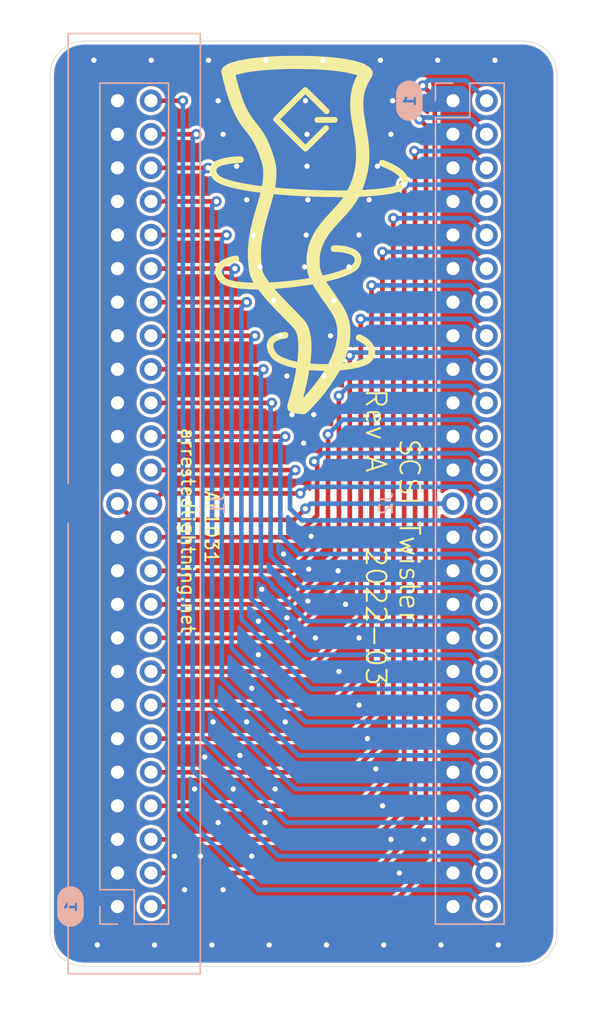
<source format=kicad_pcb>
(kicad_pcb (version 20171130) (host pcbnew 5.1.12-84ad8e8a86~92~ubuntu20.04.1)
  (layers (0 F.Cu signal) (31 B.Cu signal) (34 B.Paste user) (35 F.Paste user) (36 B.SilkS user) (37 F.SilkS user) (38 B.Mask user) (39 F.Mask user) (44 Edge.Cuts user))
  (net 0 "")
  (net 1 /P2)
  (net 2 /P4)
  (net 3 /P6)
  (net 4 /P8)
  (net 5 /P10)
  (net 6 /P12)
  (net 7 /P14)
  (net 8 /P16)
  (net 9 /P18)
  (net 10 /P20)
  (net 11 /P22)
  (net 12 /P24)
  (net 13 /P25)
  (net 14 /P26)
  (net 15 /P28)
  (net 16 /P30)
  (net 17 /P32)
  (net 18 /P34)
  (net 19 /P36)
  (net 20 /P38)
  (net 21 /P40)
  (net 22 /P42)
  (net 23 /P44)
  (net 24 /P46)
  (net 25 /P48)
  (net 26 /P50)
  (net 27 GND)
  (module twister:twister (layer F.Cu) (at 121.158 48.26)
    (fp_text reference G*** hide)
    (fp_text value LOGO hide)
  )
  (module label (layer B.Cu) (at 128.778 38.1 270)
    (fp_text reference kibuzzard-622EC2D7 hide)
    (fp_text value G*** hide)
  )
  (module label (layer B.Cu) (at 103.124 99.06 270)
    (fp_text reference kibuzzard-622EC2D7 hide)
    (fp_text value G*** hide)
  )
  (module Connector_PinSocket_2.54mm:PinSocket_2x25_P2.54mm_Vertical (layer B.Cu) (at 132.08 38.1 180)
    (fp_text reference J2 (at 5.08 -30.48 90) (layer B.SilkS) (effects (justify mirror)))
    (fp_text value Conn_02x25_Odd_Even)
    (pad 50 thru_hole oval (at -2.54 -60.96 180) (size 1.7 1.7) (drill 1) (layers *.Cu *.Mask) (net 26 /P50))
    (pad 49 thru_hole oval (at 0 -60.96 180) (size 1.7 1.7) (drill 1) (layers *.Cu *.Mask) (net 27 GND))
    (pad 48 thru_hole oval (at -2.54 -58.42 180) (size 1.7 1.7) (drill 1) (layers *.Cu *.Mask) (net 25 /P48))
    (pad 47 thru_hole oval (at 0 -58.42 180) (size 1.7 1.7) (drill 1) (layers *.Cu *.Mask) (net 27 GND))
    (pad 46 thru_hole oval (at -2.54 -55.88 180) (size 1.7 1.7) (drill 1) (layers *.Cu *.Mask) (net 24 /P46))
    (pad 45 thru_hole oval (at 0 -55.88 180) (size 1.7 1.7) (drill 1) (layers *.Cu *.Mask) (net 27 GND))
    (pad 44 thru_hole oval (at -2.54 -53.34 180) (size 1.7 1.7) (drill 1) (layers *.Cu *.Mask) (net 23 /P44))
    (pad 43 thru_hole oval (at 0 -53.34 180) (size 1.7 1.7) (drill 1) (layers *.Cu *.Mask) (net 27 GND))
    (pad 42 thru_hole oval (at -2.54 -50.8 180) (size 1.7 1.7) (drill 1) (layers *.Cu *.Mask) (net 22 /P42))
    (pad 41 thru_hole oval (at 0 -50.8 180) (size 1.7 1.7) (drill 1) (layers *.Cu *.Mask) (net 27 GND))
    (pad 40 thru_hole oval (at -2.54 -48.26 180) (size 1.7 1.7) (drill 1) (layers *.Cu *.Mask) (net 21 /P40))
    (pad 39 thru_hole oval (at 0 -48.26 180) (size 1.7 1.7) (drill 1) (layers *.Cu *.Mask) (net 27 GND))
    (pad 38 thru_hole oval (at -2.54 -45.72 180) (size 1.7 1.7) (drill 1) (layers *.Cu *.Mask) (net 20 /P38))
    (pad 37 thru_hole oval (at 0 -45.72 180) (size 1.7 1.7) (drill 1) (layers *.Cu *.Mask) (net 27 GND))
    (pad 36 thru_hole oval (at -2.54 -43.18 180) (size 1.7 1.7) (drill 1) (layers *.Cu *.Mask) (net 19 /P36))
    (pad 35 thru_hole oval (at 0 -43.18 180) (size 1.7 1.7) (drill 1) (layers *.Cu *.Mask) (net 27 GND))
    (pad 34 thru_hole oval (at -2.54 -40.64 180) (size 1.7 1.7) (drill 1) (layers *.Cu *.Mask) (net 18 /P34))
    (pad 33 thru_hole oval (at 0 -40.64 180) (size 1.7 1.7) (drill 1) (layers *.Cu *.Mask) (net 27 GND))
    (pad 32 thru_hole oval (at -2.54 -38.1 180) (size 1.7 1.7) (drill 1) (layers *.Cu *.Mask) (net 17 /P32))
    (pad 31 thru_hole oval (at 0 -38.1 180) (size 1.7 1.7) (drill 1) (layers *.Cu *.Mask) (net 27 GND))
    (pad 30 thru_hole oval (at -2.54 -35.56 180) (size 1.7 1.7) (drill 1) (layers *.Cu *.Mask) (net 16 /P30))
    (pad 29 thru_hole oval (at 0 -35.56 180) (size 1.7 1.7) (drill 1) (layers *.Cu *.Mask) (net 27 GND))
    (pad 28 thru_hole oval (at -2.54 -33.02 180) (size 1.7 1.7) (drill 1) (layers *.Cu *.Mask) (net 15 /P28))
    (pad 27 thru_hole oval (at 0 -33.02 180) (size 1.7 1.7) (drill 1) (layers *.Cu *.Mask) (net 27 GND))
    (pad 26 thru_hole oval (at -2.54 -30.48 180) (size 1.7 1.7) (drill 1) (layers *.Cu *.Mask) (net 14 /P26))
    (pad 25 thru_hole oval (at 0 -30.48 180) (size 1.7 1.7) (drill 1) (layers *.Cu *.Mask) (net 13 /P25))
    (pad 24 thru_hole oval (at -2.54 -27.94 180) (size 1.7 1.7) (drill 1) (layers *.Cu *.Mask) (net 12 /P24))
    (pad 23 thru_hole oval (at 0 -27.94 180) (size 1.7 1.7) (drill 1) (layers *.Cu *.Mask) (net 27 GND))
    (pad 22 thru_hole oval (at -2.54 -25.4 180) (size 1.7 1.7) (drill 1) (layers *.Cu *.Mask) (net 11 /P22))
    (pad 21 thru_hole oval (at 0 -25.4 180) (size 1.7 1.7) (drill 1) (layers *.Cu *.Mask) (net 27 GND))
    (pad 20 thru_hole oval (at -2.54 -22.86 180) (size 1.7 1.7) (drill 1) (layers *.Cu *.Mask) (net 10 /P20))
    (pad 19 thru_hole oval (at 0 -22.86 180) (size 1.7 1.7) (drill 1) (layers *.Cu *.Mask) (net 27 GND))
    (pad 18 thru_hole oval (at -2.54 -20.32 180) (size 1.7 1.7) (drill 1) (layers *.Cu *.Mask) (net 9 /P18))
    (pad 17 thru_hole oval (at 0 -20.32 180) (size 1.7 1.7) (drill 1) (layers *.Cu *.Mask) (net 27 GND))
    (pad 16 thru_hole oval (at -2.54 -17.78 180) (size 1.7 1.7) (drill 1) (layers *.Cu *.Mask) (net 8 /P16))
    (pad 15 thru_hole oval (at 0 -17.78 180) (size 1.7 1.7) (drill 1) (layers *.Cu *.Mask) (net 27 GND))
    (pad 14 thru_hole oval (at -2.54 -15.24 180) (size 1.7 1.7) (drill 1) (layers *.Cu *.Mask) (net 7 /P14))
    (pad 13 thru_hole oval (at 0 -15.24 180) (size 1.7 1.7) (drill 1) (layers *.Cu *.Mask) (net 27 GND))
    (pad 12 thru_hole oval (at -2.54 -12.7 180) (size 1.7 1.7) (drill 1) (layers *.Cu *.Mask) (net 6 /P12))
    (pad 11 thru_hole oval (at 0 -12.7 180) (size 1.7 1.7) (drill 1) (layers *.Cu *.Mask) (net 27 GND))
    (pad 10 thru_hole oval (at -2.54 -10.16 180) (size 1.7 1.7) (drill 1) (layers *.Cu *.Mask) (net 5 /P10))
    (pad 9 thru_hole oval (at 0 -10.16 180) (size 1.7 1.7) (drill 1) (layers *.Cu *.Mask) (net 27 GND))
    (pad 8 thru_hole oval (at -2.54 -7.62 180) (size 1.7 1.7) (drill 1) (layers *.Cu *.Mask) (net 4 /P8))
    (pad 7 thru_hole oval (at 0 -7.62 180) (size 1.7 1.7) (drill 1) (layers *.Cu *.Mask) (net 27 GND))
    (pad 6 thru_hole oval (at -2.54 -5.08 180) (size 1.7 1.7) (drill 1) (layers *.Cu *.Mask) (net 3 /P6))
    (pad 5 thru_hole oval (at 0 -5.08 180) (size 1.7 1.7) (drill 1) (layers *.Cu *.Mask) (net 27 GND))
    (pad 4 thru_hole oval (at -2.54 -2.54 180) (size 1.7 1.7) (drill 1) (layers *.Cu *.Mask) (net 2 /P4))
    (pad 3 thru_hole oval (at 0 -2.54 180) (size 1.7 1.7) (drill 1) (layers *.Cu *.Mask) (net 27 GND))
    (pad 2 thru_hole oval (at -2.54 0 180) (size 1.7 1.7) (drill 1) (layers *.Cu *.Mask) (net 1 /P2))
    (pad 1 thru_hole rect (at 0 0 180) (size 1.7 1.7) (drill 1) (layers *.Cu *.Mask) (net 27 GND))
  )
  (module AL_Footprints:PinHeader_2x25_P2.54mm_Vertical_Shrouded (layer B.Cu) (at 107.95 68.58 270)
    (fp_text reference J1 (at 0 -6.35 270) (layer B.SilkS) (effects (justify mirror)))
    (fp_text value Conn_02x25_Odd_Even)
    (pad 1 thru_hole rect (at 30.48 1.27) (size 1.7 1.7) (drill 1) (layers *.Cu *.Mask) (net 27 GND))
    (pad 2 thru_hole oval (at 30.48 -1.27) (size 1.7 1.7) (drill 1) (layers *.Cu *.Mask) (net 1 /P2))
    (pad 3 thru_hole oval (at 27.94 1.27) (size 1.7 1.7) (drill 1) (layers *.Cu *.Mask) (net 27 GND))
    (pad 4 thru_hole oval (at 27.94 -1.27) (size 1.7 1.7) (drill 1) (layers *.Cu *.Mask) (net 2 /P4))
    (pad 5 thru_hole oval (at 25.4 1.27) (size 1.7 1.7) (drill 1) (layers *.Cu *.Mask) (net 27 GND))
    (pad 6 thru_hole oval (at 25.4 -1.27) (size 1.7 1.7) (drill 1) (layers *.Cu *.Mask) (net 3 /P6))
    (pad 7 thru_hole oval (at 22.86 1.27) (size 1.7 1.7) (drill 1) (layers *.Cu *.Mask) (net 27 GND))
    (pad 8 thru_hole oval (at 22.86 -1.27) (size 1.7 1.7) (drill 1) (layers *.Cu *.Mask) (net 4 /P8))
    (pad 9 thru_hole oval (at 20.32 1.27) (size 1.7 1.7) (drill 1) (layers *.Cu *.Mask) (net 27 GND))
    (pad 10 thru_hole oval (at 20.32 -1.27) (size 1.7 1.7) (drill 1) (layers *.Cu *.Mask) (net 5 /P10))
    (pad 11 thru_hole oval (at 17.78 1.27) (size 1.7 1.7) (drill 1) (layers *.Cu *.Mask) (net 27 GND))
    (pad 12 thru_hole oval (at 17.78 -1.27) (size 1.7 1.7) (drill 1) (layers *.Cu *.Mask) (net 6 /P12))
    (pad 13 thru_hole oval (at 15.24 1.27) (size 1.7 1.7) (drill 1) (layers *.Cu *.Mask) (net 27 GND))
    (pad 14 thru_hole oval (at 15.24 -1.27) (size 1.7 1.7) (drill 1) (layers *.Cu *.Mask) (net 7 /P14))
    (pad 15 thru_hole oval (at 12.7 1.27) (size 1.7 1.7) (drill 1) (layers *.Cu *.Mask) (net 27 GND))
    (pad 16 thru_hole oval (at 12.7 -1.27) (size 1.7 1.7) (drill 1) (layers *.Cu *.Mask) (net 8 /P16))
    (pad 17 thru_hole oval (at 10.16 1.27) (size 1.7 1.7) (drill 1) (layers *.Cu *.Mask) (net 27 GND))
    (pad 18 thru_hole oval (at 10.16 -1.27) (size 1.7 1.7) (drill 1) (layers *.Cu *.Mask) (net 9 /P18))
    (pad 19 thru_hole oval (at 7.62 1.27) (size 1.7 1.7) (drill 1) (layers *.Cu *.Mask) (net 27 GND))
    (pad 20 thru_hole oval (at 7.62 -1.27) (size 1.7 1.7) (drill 1) (layers *.Cu *.Mask) (net 10 /P20))
    (pad 21 thru_hole oval (at 5.08 1.27) (size 1.7 1.7) (drill 1) (layers *.Cu *.Mask) (net 27 GND))
    (pad 22 thru_hole oval (at 5.08 -1.27) (size 1.7 1.7) (drill 1) (layers *.Cu *.Mask) (net 11 /P22))
    (pad 23 thru_hole oval (at 2.54 1.27) (size 1.7 1.7) (drill 1) (layers *.Cu *.Mask) (net 27 GND))
    (pad 24 thru_hole oval (at 2.54 -1.27) (size 1.7 1.7) (drill 1) (layers *.Cu *.Mask) (net 12 /P24))
    (pad 25 thru_hole oval (at 0 1.27) (size 1.7 1.7) (drill 1) (layers *.Cu *.Mask) (net 13 /P25))
    (pad 26 thru_hole oval (at 0 -1.27) (size 1.7 1.7) (drill 1) (layers *.Cu *.Mask) (net 14 /P26))
    (pad 27 thru_hole oval (at -2.54 1.27) (size 1.7 1.7) (drill 1) (layers *.Cu *.Mask) (net 27 GND))
    (pad 28 thru_hole oval (at -2.54 -1.27) (size 1.7 1.7) (drill 1) (layers *.Cu *.Mask) (net 15 /P28))
    (pad 29 thru_hole oval (at -5.08 1.27) (size 1.7 1.7) (drill 1) (layers *.Cu *.Mask) (net 27 GND))
    (pad 30 thru_hole oval (at -5.08 -1.27) (size 1.7 1.7) (drill 1) (layers *.Cu *.Mask) (net 16 /P30))
    (pad 31 thru_hole oval (at -7.62 1.27) (size 1.7 1.7) (drill 1) (layers *.Cu *.Mask) (net 27 GND))
    (pad 32 thru_hole oval (at -7.62 -1.27) (size 1.7 1.7) (drill 1) (layers *.Cu *.Mask) (net 17 /P32))
    (pad 33 thru_hole oval (at -10.16 1.27) (size 1.7 1.7) (drill 1) (layers *.Cu *.Mask) (net 27 GND))
    (pad 34 thru_hole oval (at -10.16 -1.27) (size 1.7 1.7) (drill 1) (layers *.Cu *.Mask) (net 18 /P34))
    (pad 35 thru_hole oval (at -12.7 1.27) (size 1.7 1.7) (drill 1) (layers *.Cu *.Mask) (net 27 GND))
    (pad 36 thru_hole oval (at -12.7 -1.27) (size 1.7 1.7) (drill 1) (layers *.Cu *.Mask) (net 19 /P36))
    (pad 37 thru_hole oval (at -15.24 1.27) (size 1.7 1.7) (drill 1) (layers *.Cu *.Mask) (net 27 GND))
    (pad 38 thru_hole oval (at -15.24 -1.27) (size 1.7 1.7) (drill 1) (layers *.Cu *.Mask) (net 20 /P38))
    (pad 39 thru_hole oval (at -17.78 1.27) (size 1.7 1.7) (drill 1) (layers *.Cu *.Mask) (net 27 GND))
    (pad 40 thru_hole oval (at -17.78 -1.27) (size 1.7 1.7) (drill 1) (layers *.Cu *.Mask) (net 21 /P40))
    (pad 41 thru_hole oval (at -20.32 1.27) (size 1.7 1.7) (drill 1) (layers *.Cu *.Mask) (net 27 GND))
    (pad 42 thru_hole oval (at -20.32 -1.27) (size 1.7 1.7) (drill 1) (layers *.Cu *.Mask) (net 22 /P42))
    (pad 43 thru_hole oval (at -22.86 1.27) (size 1.7 1.7) (drill 1) (layers *.Cu *.Mask) (net 27 GND))
    (pad 44 thru_hole oval (at -22.86 -1.27) (size 1.7 1.7) (drill 1) (layers *.Cu *.Mask) (net 23 /P44))
    (pad 45 thru_hole oval (at -25.4 1.27) (size 1.7 1.7) (drill 1) (layers *.Cu *.Mask) (net 27 GND))
    (pad 46 thru_hole oval (at -25.4 -1.27) (size 1.7 1.7) (drill 1) (layers *.Cu *.Mask) (net 24 /P46))
    (pad 47 thru_hole oval (at -27.94 1.27) (size 1.7 1.7) (drill 1) (layers *.Cu *.Mask) (net 27 GND))
    (pad 48 thru_hole oval (at -27.94 -1.27) (size 1.7 1.7) (drill 1) (layers *.Cu *.Mask) (net 25 /P48))
    (pad 49 thru_hole oval (at -30.48 1.27) (size 1.7 1.7) (drill 1) (layers *.Cu *.Mask) (net 27 GND))
    (pad 50 thru_hole oval (at -30.48 -1.27) (size 1.7 1.7) (drill 1) (layers *.Cu *.Mask) (net 26 /P50))
  )
  (gr_text AL1031 (at 113.792 70.358 270) (layer F.SilkS) (effects (font (size 1 1))))
  (gr_text arrestedlightning.net (at 112.014 70.612 270) (layer F.SilkS) (effects (font (size 1 1))))
  (gr_text "Rev A     2022-03" (at 126.238 71.12 270) (layer F.SilkS) (effects (font (size 1.5 1.5))))
  (gr_text "SCSI Twister" (at 128.778 70.612 -90) (layer F.SilkS) (effects (font (size 1.5 1.5))))
  (gr_arc (start 137.414 101.04) (end 137.414 103.58) (angle -90) (layer Edge.Cuts) (width 0.05))
  (gr_arc (start 104.14 101.04) (end 101.6 101.04) (angle -90) (layer Edge.Cuts) (width 0.05))
  (gr_arc (start 104.14 36.12) (end 104.14 33.58) (angle -90) (layer Edge.Cuts) (width 0.05))
  (gr_arc (start 137.414 36.12) (end 139.954 36.12) (angle -90) (layer Edge.Cuts) (width 0.05))
  (gr_line (start 101.6 101.04) (end 101.6 36.12) (layer Edge.Cuts) (width 0.05))
  (gr_line (start 137.414 103.58) (end 104.14 103.58) (layer Edge.Cuts) (width 0.05))
  (gr_line (start 139.954 36.12) (end 139.954 101.04) (layer Edge.Cuts) (width 0.05))
  (gr_line (start 104.14 33.58) (end 137.414 33.58) (layer Edge.Cuts) (width 0.05))
  (via (at 129.794 36.957) (size 0.8) (drill 0.4) (layers F.Cu B.Cu) (net 1))
  (segment (start 130.193999 36.557001) (end 129.794 36.957) (width 0.35) (layer B.Cu) (net 1))
  (segment (start 134.62 38.1) (end 133.077001 36.557001) (width 0.35) (layer B.Cu) (net 1))
  (segment (start 133.077001 36.557001) (end 130.193999 36.557001) (width 0.35) (layer B.Cu) (net 1))
  (segment (start 130.701999 37.864999) (end 129.794 36.957) (width 0.35) (layer F.Cu) (net 1))
  (segment (start 109.22 99.06) (end 127.254 99.06) (width 0.35) (layer F.Cu) (net 1))
  (segment (start 127.254 99.06) (end 130.701999 95.612001) (width 0.35) (layer F.Cu) (net 1))
  (segment (start 130.701999 95.612001) (end 130.701999 37.864999) (width 0.35) (layer F.Cu) (net 1))
  (via (at 129.54 39.496994) (size 0.8) (drill 0.4) (layers F.Cu B.Cu) (net 2))
  (segment (start 129.666994 39.37) (end 129.54 39.496994) (width 0.35) (layer B.Cu) (net 2))
  (segment (start 133.35 39.37) (end 129.666994 39.37) (width 0.35) (layer B.Cu) (net 2))
  (segment (start 134.62 40.64) (end 133.35 39.37) (width 0.35) (layer B.Cu) (net 2))
  (segment (start 130.031441 39.988435) (end 129.54 39.496994) (width 0.35) (layer F.Cu) (net 2))
  (segment (start 130.031441 92.599559) (end 130.031441 39.988435) (width 0.35) (layer F.Cu) (net 2))
  (segment (start 126.111 96.52) (end 130.031441 92.599559) (width 0.35) (layer F.Cu) (net 2))
  (segment (start 109.22 96.52) (end 126.111 96.52) (width 0.35) (layer F.Cu) (net 2))
  (via (at 129.159 41.91) (size 0.8) (drill 0.4) (layers F.Cu B.Cu) (net 3))
  (segment (start 133.35 41.91) (end 129.159 41.91) (width 0.35) (layer B.Cu) (net 3))
  (segment (start 134.62 43.18) (end 133.35 41.91) (width 0.35) (layer B.Cu) (net 3))
  (segment (start 129.207887 41.958887) (end 129.159 41.91) (width 0.35) (layer F.Cu) (net 3))
  (segment (start 129.207887 90.883113) (end 129.207887 41.958887) (width 0.35) (layer F.Cu) (net 3))
  (segment (start 126.111 93.98) (end 129.207887 90.883113) (width 0.35) (layer F.Cu) (net 3))
  (segment (start 109.22 93.98) (end 126.111 93.98) (width 0.35) (layer F.Cu) (net 3))
  (via (at 128.397 44.45) (size 0.8) (drill 0.4) (layers F.Cu B.Cu) (net 4))
  (segment (start 134.62 45.72) (end 133.35 44.45) (width 0.35) (layer B.Cu) (net 4))
  (segment (start 133.35 44.45) (end 128.397 44.45) (width 0.35) (layer B.Cu) (net 4))
  (segment (start 128.384333 44.462667) (end 128.397 44.45) (width 0.35) (layer F.Cu) (net 4))
  (segment (start 128.384333 88.023667) (end 128.384333 44.462667) (width 0.35) (layer F.Cu) (net 4))
  (segment (start 124.968 91.44) (end 128.384333 88.023667) (width 0.35) (layer F.Cu) (net 4))
  (segment (start 109.22 91.44) (end 124.968 91.44) (width 0.35) (layer F.Cu) (net 4))
  (segment (start 127.560779 85.799221) (end 127.560779 85.428022) (width 0.35) (layer F.Cu) (net 5))
  (segment (start 124.46 88.9) (end 127.560779 85.799221) (width 0.35) (layer F.Cu) (net 5))
  (segment (start 127.560779 85.428022) (end 127.560779 46.99) (width 0.35) (layer F.Cu) (net 5))
  (segment (start 109.22 88.9) (end 124.46 88.9) (width 0.35) (layer F.Cu) (net 5))
  (via (at 127.56078 46.989999) (size 0.8) (drill 0.4) (layers F.Cu B.Cu) (net 5))
  (segment (start 133.349999 46.989999) (end 127.56078 46.989999) (width 0.35) (layer B.Cu) (net 5))
  (segment (start 134.62 48.26) (end 133.349999 46.989999) (width 0.35) (layer B.Cu) (net 5))
  (segment (start 126.737225 83.828775) (end 126.737225 83.430225) (width 0.35) (layer F.Cu) (net 6))
  (segment (start 124.206 86.36) (end 126.737225 83.828775) (width 0.35) (layer F.Cu) (net 6))
  (segment (start 109.22 86.36) (end 124.206 86.36) (width 0.35) (layer F.Cu) (net 6))
  (segment (start 126.737225 49.538775) (end 126.746 49.53) (width 0.35) (layer F.Cu) (net 6))
  (segment (start 126.737225 83.438033) (end 126.737225 49.538775) (width 0.35) (layer F.Cu) (net 6))
  (via (at 126.737222 49.538778) (size 0.8) (drill 0.4) (layers F.Cu B.Cu) (net 6))
  (segment (start 134.62 50.8) (end 133.358778 49.538778) (width 0.35) (layer B.Cu) (net 6))
  (segment (start 133.358778 49.538778) (end 126.737222 49.538778) (width 0.35) (layer B.Cu) (net 6))
  (segment (start 125.913671 80.813044) (end 125.913671 52.07) (width 0.35) (layer F.Cu) (net 7))
  (segment (start 125.913671 80.842329) (end 125.913671 80.813044) (width 0.35) (layer F.Cu) (net 7))
  (segment (start 122.936 83.82) (end 125.913671 80.842329) (width 0.35) (layer F.Cu) (net 7))
  (segment (start 109.22 83.82) (end 122.936 83.82) (width 0.35) (layer F.Cu) (net 7))
  (via (at 125.913677 52.07) (size 0.8) (drill 0.4) (layers F.Cu B.Cu) (net 7))
  (segment (start 133.35 52.07) (end 125.913677 52.07) (width 0.35) (layer B.Cu) (net 7))
  (segment (start 134.62 53.34) (end 133.35 52.07) (width 0.35) (layer B.Cu) (net 7))
  (via (at 125.090119 54.61) (size 0.8) (drill 0.4) (layers F.Cu B.Cu) (net 8))
  (segment (start 125.090117 54.610002) (end 125.090119 54.61) (width 0.35) (layer F.Cu) (net 8))
  (segment (start 125.090117 77.220883) (end 125.090117 54.610002) (width 0.35) (layer F.Cu) (net 8))
  (segment (start 121.031 81.28) (end 125.090117 77.220883) (width 0.35) (layer F.Cu) (net 8))
  (segment (start 109.22 81.28) (end 121.031 81.28) (width 0.35) (layer F.Cu) (net 8))
  (segment (start 133.35 54.61) (end 125.090119 54.61) (width 0.35) (layer B.Cu) (net 8))
  (segment (start 134.62 55.88) (end 133.35 54.61) (width 0.35) (layer B.Cu) (net 8))
  (segment (start 124.266563 73.980437) (end 124.266563 73.658066) (width 0.35) (layer F.Cu) (net 9))
  (segment (start 124.266563 73.658066) (end 124.266563 57.374999) (width 0.35) (layer F.Cu) (net 9))
  (segment (start 119.507 78.74) (end 124.266563 73.980437) (width 0.35) (layer F.Cu) (net 9))
  (segment (start 109.22 78.74) (end 119.507 78.74) (width 0.35) (layer F.Cu) (net 9))
  (via (at 124.266565 57.374999) (size 0.8) (drill 0.4) (layers F.Cu B.Cu) (net 9))
  (segment (start 124.491564 57.15) (end 124.266565 57.374999) (width 0.35) (layer B.Cu) (net 9))
  (segment (start 133.35 57.15) (end 124.491564 57.15) (width 0.35) (layer B.Cu) (net 9))
  (segment (start 134.62 58.42) (end 133.35 57.15) (width 0.35) (layer B.Cu) (net 9))
  (segment (start 123.443009 72.049077) (end 123.443009 60.422999) (width 0.35) (layer F.Cu) (net 10))
  (segment (start 123.443009 72.390991) (end 123.443009 72.049077) (width 0.35) (layer F.Cu) (net 10))
  (segment (start 119.634 76.2) (end 123.443009 72.390991) (width 0.35) (layer F.Cu) (net 10))
  (segment (start 109.22 76.2) (end 119.634 76.2) (width 0.35) (layer F.Cu) (net 10))
  (via (at 123.443011 60.423001) (size 0.8) (drill 0.4) (layers F.Cu B.Cu) (net 10))
  (segment (start 124.176012 59.69) (end 123.443011 60.423001) (width 0.35) (layer B.Cu) (net 10))
  (segment (start 133.35 59.69) (end 124.176012 59.69) (width 0.35) (layer B.Cu) (net 10))
  (segment (start 134.62 60.96) (end 133.35 59.69) (width 0.35) (layer B.Cu) (net 10))
  (segment (start 122.619455 70.440088) (end 122.619455 63.343999) (width 0.35) (layer F.Cu) (net 11))
  (segment (start 122.619455 70.928545) (end 122.619455 70.440088) (width 0.35) (layer F.Cu) (net 11))
  (segment (start 119.888 73.66) (end 122.619455 70.928545) (width 0.35) (layer F.Cu) (net 11))
  (segment (start 109.22 73.66) (end 119.888 73.66) (width 0.35) (layer F.Cu) (net 11))
  (via (at 122.619455 63.344013) (size 0.8) (drill 0.4) (layers F.Cu B.Cu) (net 11))
  (segment (start 123.733468 62.23) (end 122.619455 63.344013) (width 0.35) (layer B.Cu) (net 11))
  (segment (start 133.35 62.23) (end 123.733468 62.23) (width 0.35) (layer B.Cu) (net 11))
  (segment (start 134.62 63.5) (end 133.35 62.23) (width 0.35) (layer B.Cu) (net 11))
  (via (at 121.579369 65.395285) (size 0.8) (drill 0.4) (layers F.Cu B.Cu) (net 12))
  (segment (start 122.204654 64.77) (end 121.579369 65.395285) (width 0.35) (layer B.Cu) (net 12))
  (segment (start 133.35 64.77) (end 122.204654 64.77) (width 0.35) (layer B.Cu) (net 12))
  (segment (start 134.62 66.04) (end 133.35 64.77) (width 0.35) (layer B.Cu) (net 12))
  (segment (start 121.793 69.469) (end 121.793 65.608916) (width 0.35) (layer F.Cu) (net 12))
  (segment (start 121.793 65.608916) (end 121.579369 65.395285) (width 0.35) (layer F.Cu) (net 12))
  (segment (start 120.142 71.12) (end 121.793 69.469) (width 0.35) (layer F.Cu) (net 12))
  (segment (start 109.22 71.12) (end 120.142 71.12) (width 0.35) (layer F.Cu) (net 12))
  (via (at 120.904 68.961) (size 0.8) (drill 0.4) (layers F.Cu B.Cu) (net 13))
  (segment (start 120.059999 69.805001) (end 120.904 68.961) (width 0.35) (layer F.Cu) (net 13))
  (segment (start 107.905001 69.805001) (end 120.059999 69.805001) (width 0.35) (layer F.Cu) (net 13))
  (segment (start 106.68 68.58) (end 107.905001 69.805001) (width 0.35) (layer F.Cu) (net 13))
  (segment (start 121.285 68.58) (end 132.08 68.58) (width 0.35) (layer B.Cu) (net 13))
  (segment (start 120.904 68.961) (end 121.285 68.58) (width 0.35) (layer B.Cu) (net 13))
  (segment (start 109.22 68.58) (end 109.99501 67.80499) (width 0.35) (layer F.Cu) (net 14))
  (segment (start 109.99501 67.80499) (end 120.523 67.80499) (width 0.35) (layer F.Cu) (net 14))
  (via (at 120.523 67.80499) (size 0.8) (drill 0.4) (layers F.Cu B.Cu) (net 14))
  (segment (start 121.01799 67.31) (end 120.523 67.80499) (width 0.35) (layer B.Cu) (net 14))
  (segment (start 133.35 67.31) (end 121.01799 67.31) (width 0.35) (layer B.Cu) (net 14))
  (segment (start 134.62 68.58) (end 133.35 67.31) (width 0.35) (layer B.Cu) (net 14))
  (segment (start 120.142 66.04) (end 120.142004 66.039996) (width 0.35) (layer F.Cu) (net 15))
  (segment (start 109.22 66.04) (end 120.142 66.04) (width 0.35) (layer F.Cu) (net 15))
  (via (at 120.142004 66.039996) (size 0.8) (drill 0.4) (layers F.Cu B.Cu) (net 15))
  (segment (start 119.742005 68.946007) (end 119.742005 66.439995) (width 0.35) (layer B.Cu) (net 15))
  (segment (start 120.645998 69.85) (end 119.742005 68.946007) (width 0.35) (layer B.Cu) (net 15))
  (segment (start 133.35 69.85) (end 120.645998 69.85) (width 0.35) (layer B.Cu) (net 15))
  (segment (start 119.742005 66.439995) (end 120.142004 66.039996) (width 0.35) (layer B.Cu) (net 15))
  (segment (start 134.62 71.12) (end 133.35 69.85) (width 0.35) (layer B.Cu) (net 15))
  (via (at 119.379998 63.5) (size 0.8) (drill 0.4) (layers F.Cu B.Cu) (net 16))
  (segment (start 109.22 63.5) (end 110.422081 63.5) (width 0.35) (layer F.Cu) (net 16))
  (segment (start 110.422081 63.5) (end 119.379998 63.5) (width 0.35) (layer F.Cu) (net 16))
  (segment (start 119.010268 63.86973) (end 119.379998 63.5) (width 0.35) (layer B.Cu) (net 16))
  (segment (start 119.010268 71.004268) (end 119.010268 63.86973) (width 0.35) (layer B.Cu) (net 16))
  (segment (start 120.396 72.39) (end 119.010268 71.004268) (width 0.35) (layer B.Cu) (net 16))
  (segment (start 133.35 72.39) (end 120.396 72.39) (width 0.35) (layer B.Cu) (net 16))
  (segment (start 134.62 73.66) (end 133.35 72.39) (width 0.35) (layer B.Cu) (net 16))
  (via (at 118.364008 60.96) (size 0.8) (drill 0.4) (layers F.Cu B.Cu) (net 17))
  (segment (start 109.22 60.96) (end 118.364008 60.96) (width 0.35) (layer F.Cu) (net 17))
  (segment (start 118.272541 61.051467) (end 118.364008 60.96) (width 0.35) (layer B.Cu) (net 17))
  (segment (start 118.272541 72.552541) (end 118.272541 61.051467) (width 0.35) (layer B.Cu) (net 17))
  (segment (start 120.65 74.93) (end 118.272541 72.552541) (width 0.35) (layer B.Cu) (net 17))
  (segment (start 133.35 74.93) (end 120.65 74.93) (width 0.35) (layer B.Cu) (net 17))
  (segment (start 134.62 76.2) (end 133.35 74.93) (width 0.35) (layer B.Cu) (net 17))
  (segment (start 109.22 58.42) (end 117.729 58.42) (width 0.35) (layer F.Cu) (net 18))
  (via (at 117.729 58.42) (size 0.8) (drill 0.4) (layers F.Cu B.Cu) (net 18))
  (segment (start 117.534814 58.614186) (end 117.729 58.42) (width 0.35) (layer B.Cu) (net 18))
  (segment (start 117.534814 73.973814) (end 117.534814 58.614186) (width 0.35) (layer B.Cu) (net 18))
  (segment (start 117.842999 74.281999) (end 117.534814 73.973814) (width 0.35) (layer B.Cu) (net 18))
  (segment (start 117.974001 74.281999) (end 117.842999 74.281999) (width 0.35) (layer B.Cu) (net 18))
  (segment (start 118.377001 74.684999) (end 117.974001 74.281999) (width 0.35) (layer B.Cu) (net 18))
  (segment (start 118.377001 74.816001) (end 118.377001 74.684999) (width 0.35) (layer B.Cu) (net 18))
  (segment (start 121.031 77.47) (end 118.377001 74.816001) (width 0.35) (layer B.Cu) (net 18))
  (segment (start 133.35 77.47) (end 121.031 77.47) (width 0.35) (layer B.Cu) (net 18))
  (segment (start 134.62 78.74) (end 133.35 77.47) (width 0.35) (layer B.Cu) (net 18))
  (via (at 117.093997 55.880001) (size 0.8) (drill 0.4) (layers F.Cu B.Cu) (net 19))
  (segment (start 109.22 55.88) (end 110.422082 55.880001) (width 0.35) (layer F.Cu) (net 19))
  (segment (start 110.422082 55.880001) (end 117.093997 55.880001) (width 0.35) (layer F.Cu) (net 19))
  (segment (start 116.797087 56.176911) (end 117.093997 55.880001) (width 0.35) (layer B.Cu) (net 19))
  (segment (start 116.797087 75.776087) (end 116.797087 56.176911) (width 0.35) (layer B.Cu) (net 19))
  (segment (start 121.031 80.01) (end 116.797087 75.776087) (width 0.35) (layer B.Cu) (net 19))
  (segment (start 133.35 80.01) (end 121.031 80.01) (width 0.35) (layer B.Cu) (net 19))
  (segment (start 134.62 81.28) (end 133.35 80.01) (width 0.35) (layer B.Cu) (net 19))
  (via (at 116.459004 53.34) (size 0.8) (drill 0.4) (layers F.Cu B.Cu) (net 20))
  (segment (start 109.22 53.34) (end 116.459004 53.34) (width 0.35) (layer F.Cu) (net 20))
  (segment (start 116.05936 53.739644) (end 116.459004 53.34) (width 0.35) (layer B.Cu) (net 20))
  (segment (start 116.05936 77.32436) (end 116.05936 53.739644) (width 0.35) (layer B.Cu) (net 20))
  (segment (start 121.329999 82.594999) (end 116.05936 77.32436) (width 0.35) (layer B.Cu) (net 20))
  (segment (start 133.394999 82.594999) (end 121.329999 82.594999) (width 0.35) (layer B.Cu) (net 20))
  (segment (start 134.62 83.82) (end 133.394999 82.594999) (width 0.35) (layer B.Cu) (net 20))
  (segment (start 109.22 50.8) (end 115.57 50.8) (width 0.35) (layer F.Cu) (net 21))
  (via (at 115.57 50.8) (size 0.8) (drill 0.4) (layers F.Cu B.Cu) (net 21))
  (segment (start 115.321633 79.507633) (end 115.321633 51.048367) (width 0.35) (layer B.Cu) (net 21))
  (segment (start 120.904 85.09) (end 115.321633 79.507633) (width 0.35) (layer B.Cu) (net 21))
  (segment (start 131.445 85.09) (end 120.904 85.09) (width 0.35) (layer B.Cu) (net 21))
  (segment (start 115.321633 51.048367) (end 115.57 50.8) (width 0.35) (layer B.Cu) (net 21))
  (segment (start 133.35 85.09) (end 131.445 85.09) (width 0.35) (layer B.Cu) (net 21))
  (segment (start 134.62 86.36) (end 133.35 85.09) (width 0.35) (layer B.Cu) (net 21))
  (via (at 114.935002 48.259998) (size 0.8) (drill 0.4) (layers F.Cu B.Cu) (net 22))
  (segment (start 109.22 48.26) (end 114.935 48.26) (width 0.35) (layer F.Cu) (net 22))
  (segment (start 114.935 48.26) (end 114.935002 48.259998) (width 0.35) (layer F.Cu) (net 22))
  (segment (start 114.583906 81.817906) (end 114.583906 48.611094) (width 0.35) (layer B.Cu) (net 22))
  (segment (start 120.396 87.63) (end 114.583906 81.817906) (width 0.35) (layer B.Cu) (net 22))
  (segment (start 114.583906 48.611094) (end 114.935002 48.259998) (width 0.35) (layer B.Cu) (net 22))
  (segment (start 133.35 87.63) (end 120.396 87.63) (width 0.35) (layer B.Cu) (net 22))
  (segment (start 134.62 88.9) (end 133.35 87.63) (width 0.35) (layer B.Cu) (net 22))
  (via (at 114.173004 45.72) (size 0.8) (drill 0.4) (layers F.Cu B.Cu) (net 23))
  (segment (start 109.22 45.72) (end 110.422081 45.72) (width 0.35) (layer F.Cu) (net 23))
  (segment (start 110.422081 45.72) (end 114.173004 45.72) (width 0.35) (layer F.Cu) (net 23))
  (segment (start 113.846179 83.874179) (end 113.846179 46.046825) (width 0.35) (layer B.Cu) (net 23))
  (segment (start 113.846179 46.046825) (end 114.173004 45.72) (width 0.35) (layer B.Cu) (net 23))
  (segment (start 115.443 85.471) (end 113.846179 83.874179) (width 0.35) (layer B.Cu) (net 23))
  (segment (start 120.142 90.17) (end 115.347911 85.375911) (width 0.35) (layer B.Cu) (net 23))
  (segment (start 133.35 90.17) (end 120.142 90.17) (width 0.35) (layer B.Cu) (net 23))
  (segment (start 134.62 91.44) (end 133.35 90.17) (width 0.35) (layer B.Cu) (net 23))
  (segment (start 109.22 43.18) (end 113.537996 43.18) (width 0.35) (layer F.Cu) (net 24))
  (via (at 113.537996 43.18) (size 0.8) (drill 0.4) (layers F.Cu B.Cu) (net 24))
  (segment (start 113.537996 43.200198) (end 113.537996 43.18) (width 0.35) (layer B.Cu) (net 24))
  (segment (start 113.108452 43.609544) (end 113.537996 43.18) (width 0.35) (layer B.Cu) (net 24))
  (segment (start 113.108452 86.311452) (end 113.108452 43.609544) (width 0.35) (layer B.Cu) (net 24))
  (segment (start 119.507 92.71) (end 113.108452 86.311452) (width 0.35) (layer B.Cu) (net 24))
  (segment (start 133.35 92.71) (end 119.507 92.71) (width 0.35) (layer B.Cu) (net 24))
  (segment (start 134.62 93.98) (end 133.35 92.71) (width 0.35) (layer B.Cu) (net 24))
  (via (at 112.649 40.64) (size 0.8) (drill 0.4) (layers F.Cu B.Cu) (net 25))
  (segment (start 109.22 40.64) (end 112.649 40.64) (width 0.35) (layer F.Cu) (net 25))
  (segment (start 112.370725 40.918275) (end 112.649 40.64) (width 0.35) (layer B.Cu) (net 25))
  (segment (start 112.370725 88.773) (end 112.370725 40.918275) (width 0.35) (layer B.Cu) (net 25))
  (segment (start 118.872 95.25) (end 112.395 88.773) (width 0.35) (layer B.Cu) (net 25))
  (segment (start 133.35 95.25) (end 118.872 95.25) (width 0.35) (layer B.Cu) (net 25))
  (segment (start 134.62 96.52) (end 133.35 95.25) (width 0.35) (layer B.Cu) (net 25))
  (via (at 111.632998 38.1) (size 0.8) (drill 0.4) (layers F.Cu B.Cu) (net 26))
  (segment (start 109.22 38.1) (end 111.632998 38.1) (width 0.35) (layer F.Cu) (net 26))
  (segment (start 117.348 97.79) (end 111.632998 92.074998) (width 0.35) (layer B.Cu) (net 26))
  (segment (start 133.35 97.79) (end 117.348 97.79) (width 0.35) (layer B.Cu) (net 26))
  (segment (start 111.632998 92.074998) (end 111.632998 38.1) (width 0.35) (layer B.Cu) (net 26))
  (segment (start 134.62 99.06) (end 133.35 97.79) (width 0.35) (layer B.Cu) (net 26))
  (via (at 121.539 61.849) (size 0.8) (drill 0.4) (layers F.Cu B.Cu) (net 27))
  (via (at 119.507 58.928) (size 0.8) (drill 0.4) (layers F.Cu B.Cu) (net 27))
  (via (at 122.301 58.928) (size 0.8) (drill 0.4) (layers F.Cu B.Cu) (net 27))
  (via (at 118.999 55.88) (size 0.8) (drill 0.4) (layers F.Cu B.Cu) (net 27))
  (via (at 122.809 55.88) (size 0.8) (drill 0.4) (layers F.Cu B.Cu) (net 27))
  (via (at 118.491 53.213) (size 0.8) (drill 0.4) (layers F.Cu B.Cu) (net 27))
  (via (at 123.063 53.213) (size 0.8) (drill 0.4) (layers F.Cu B.Cu) (net 27))
  (via (at 117.475 50.673) (size 0.8) (drill 0.4) (layers F.Cu B.Cu) (net 27))
  (via (at 120.8405 50.673) (size 0.8) (drill 0.4) (layers F.Cu B.Cu) (net 27))
  (via (at 124.206 50.673) (size 0.8) (drill 0.4) (layers F.Cu B.Cu) (net 27))
  (via (at 116.967 48.26) (size 0.8) (drill 0.4) (layers F.Cu B.Cu) (net 27))
  (via (at 120.9675 48.26) (size 0.8) (drill 0.4) (layers F.Cu B.Cu) (net 27))
  (via (at 124.968 48.26) (size 0.8) (drill 0.4) (layers F.Cu B.Cu) (net 27))
  (via (at 118.164426 101.962) (size 0.8) (drill 0.4) (layers F.Cu B.Cu) (net 27))
  (via (at 109.492142 101.962) (size 0.8) (drill 0.4) (layers F.Cu B.Cu) (net 27))
  (via (at 131.172852 101.962) (size 0.8) (drill 0.4) (layers F.Cu B.Cu) (net 27))
  (via (at 126.83671 101.962) (size 0.8) (drill 0.4) (layers F.Cu B.Cu) (net 27))
  (via (at 105.156 101.962) (size 0.8) (drill 0.4) (layers F.Cu B.Cu) (net 27))
  (via (at 113.828284 101.962) (size 0.8) (drill 0.4) (layers F.Cu B.Cu) (net 27))
  (via (at 135.509 101.962) (size 0.8) (drill 0.4) (layers F.Cu B.Cu) (net 27))
  (via (at 122.500568 101.962) (size 0.8) (drill 0.4) (layers F.Cu B.Cu) (net 27))
  (via (at 128.016 96.52) (size 0.8) (drill 0.4) (layers F.Cu B.Cu) (net 27))
  (via (at 127.381 93.98) (size 0.8) (drill 0.4) (layers F.Cu B.Cu) (net 27))
  (via (at 126.746 91.44) (size 0.8) (drill 0.4) (layers F.Cu B.Cu) (net 27))
  (via (at 126.238 88.646) (size 0.8) (drill 0.4) (layers F.Cu B.Cu) (net 27))
  (via (at 125.603 86.36) (size 0.8) (drill 0.4) (layers F.Cu B.Cu) (net 27))
  (via (at 124.968 83.82) (size 0.8) (drill 0.4) (layers F.Cu B.Cu) (net 27))
  (via (at 123.444 81.28) (size 0.8) (drill 0.4) (layers F.Cu B.Cu) (net 27))
  (via (at 124.968 78.74) (size 0.8) (drill 0.4) (layers F.Cu B.Cu) (net 27))
  (via (at 121.666 78.74) (size 0.8) (drill 0.4) (layers F.Cu B.Cu) (net 27))
  (via (at 123.952 76.2) (size 0.8) (drill 0.4) (layers F.Cu B.Cu) (net 27))
  (via (at 123.3805 73.66) (size 0.8) (drill 0.4) (layers F.Cu B.Cu) (net 27))
  (via (at 121.0945 75.946) (size 0.8) (drill 0.4) (layers F.Cu B.Cu) (net 27))
  (via (at 119.507 77.216) (size 0.8) (drill 0.4) (layers F.Cu B.Cu) (net 27))
  (via (at 117.348 77.47) (size 0.8) (drill 0.4) (layers F.Cu B.Cu) (net 27))
  (via (at 117.348 80.01) (size 0.8) (drill 0.4) (layers F.Cu B.Cu) (net 27))
  (via (at 116.84 82.55) (size 0.8) (drill 0.4) (layers F.Cu B.Cu) (net 27))
  (via (at 116.459 85.09) (size 0.8) (drill 0.4) (layers F.Cu B.Cu) (net 27))
  (via (at 119.38 85.09) (size 0.8) (drill 0.4) (layers F.Cu B.Cu) (net 27))
  (via (at 115.951 87.63) (size 0.8) (drill 0.4) (layers F.Cu B.Cu) (net 27))
  (via (at 113.284 87.757) (size 0.8) (drill 0.4) (layers F.Cu B.Cu) (net 27))
  (via (at 113.919 85.09) (size 0.8) (drill 0.4) (layers F.Cu B.Cu) (net 27))
  (via (at 115.443 90.17) (size 0.8) (drill 0.4) (layers F.Cu B.Cu) (net 27))
  (via (at 118.618 90.17) (size 0.8) (drill 0.4) (layers F.Cu B.Cu) (net 27))
  (via (at 114.3 92.71) (size 0.8) (drill 0.4) (layers F.Cu B.Cu) (net 27))
  (via (at 117.856 92.71) (size 0.8) (drill 0.4) (layers F.Cu B.Cu) (net 27))
  (via (at 116.84 95.25) (size 0.8) (drill 0.4) (layers F.Cu B.Cu) (net 27))
  (via (at 110.998 95.25) (size 0.8) (drill 0.4) (layers F.Cu B.Cu) (net 27))
  (via (at 112.9665 95.25) (size 0.8) (drill 0.4) (layers F.Cu B.Cu) (net 27))
  (via (at 111.76 97.79) (size 0.8) (drill 0.4) (layers F.Cu B.Cu) (net 27))
  (via (at 114.681 97.79) (size 0.8) (drill 0.4) (layers F.Cu B.Cu) (net 27))
  (via (at 117.602 75.057) (size 0.8) (drill 0.4) (layers F.Cu B.Cu) (net 27))
  (via (at 120.777 64.008) (size 0.8) (drill 0.4) (layers F.Cu B.Cu) (net 27))
  (via (at 119.888 61.849) (size 0.8) (drill 0.4) (layers F.Cu B.Cu) (net 27))
  (via (at 116.459 45.593) (size 0.8) (drill 0.4) (layers F.Cu B.Cu) (net 27))
  (via (at 121.0945 45.593) (size 0.8) (drill 0.4) (layers F.Cu B.Cu) (net 27))
  (via (at 125.73 45.593) (size 0.8) (drill 0.4) (layers F.Cu B.Cu) (net 27))
  (via (at 115.697 43.053) (size 0.8) (drill 0.4) (layers F.Cu B.Cu) (net 27))
  (via (at 121.031 43.053) (size 0.8) (drill 0.4) (layers F.Cu B.Cu) (net 27))
  (via (at 126.365 43.053) (size 0.8) (drill 0.4) (layers F.Cu B.Cu) (net 27))
  (via (at 114.681 40.64) (size 0.8) (drill 0.4) (layers F.Cu B.Cu) (net 27))
  (via (at 121.031 40.64) (size 0.8) (drill 0.4) (layers F.Cu B.Cu) (net 27))
  (via (at 127.381 40.64) (size 0.8) (drill 0.4) (layers F.Cu B.Cu) (net 27))
  (via (at 114.3 38.1) (size 0.8) (drill 0.4) (layers F.Cu B.Cu) (net 27))
  (via (at 120.904 38.1) (size 0.8) (drill 0.4) (layers F.Cu B.Cu) (net 27))
  (via (at 127.508 38.1) (size 0.8) (drill 0.4) (layers F.Cu B.Cu) (net 27))
  (via (at 117.910426 35.036) (size 0.8) (drill 0.4) (layers F.Cu B.Cu) (net 27))
  (via (at 122.246568 35.036) (size 0.8) (drill 0.4) (layers F.Cu B.Cu) (net 27))
  (via (at 126.58271 35.036) (size 0.8) (drill 0.4) (layers F.Cu B.Cu) (net 27))
  (via (at 130.918852 35.036) (size 0.8) (drill 0.4) (layers F.Cu B.Cu) (net 27))
  (via (at 135.255 35.036) (size 0.8) (drill 0.4) (layers F.Cu B.Cu) (net 27))
  (via (at 104.902 35.036) (size 0.8) (drill 0.4) (layers F.Cu B.Cu) (net 27))
  (via (at 109.238142 35.036) (size 0.8) (drill 0.4) (layers F.Cu B.Cu) (net 27))
  (via (at 113.574284 35.036) (size 0.8) (drill 0.4) (layers F.Cu B.Cu) (net 27))
  (via (at 129.8575 93.98) (size 0.8) (drill 0.4) (layers F.Cu B.Cu) (net 27))
  (via (at 112.522 90.17) (size 0.8) (drill 0.4) (layers F.Cu B.Cu) (net 27))
  (via (at 121.158 73.533) (size 0.8) (drill 0.4) (layers F.Cu B.Cu) (net 27))
  (via (at 121.3485 71.0565) (size 0.8) (drill 0.4) (layers F.Cu B.Cu) (net 27))
  (via (at 119.253 72.39) (size 0.8) (drill 0.4) (layers F.Cu B.Cu) (net 27))
  (zone (net 27) (net_name GND) (layer B.Cu) (connect_pads yes (clearance 0.254)) (min_thickness 0.254) (fill yes (arc_segments 32) (thermal_gap 0.508) (thermal_bridge_width 0.508))
    (polygon (pts (xy 143.51 107.95) (xy 97.79 107.95) (xy 97.79 30.48) (xy 143.51 30.48)))
  )
  (zone (net 27) (net_name GND) (layer F.Cu) (connect_pads yes (clearance 0.254)) (min_thickness 0.254) (fill yes (arc_segments 32) (thermal_gap 0.508) (thermal_bridge_width 0.508))
    (polygon (pts (xy 143.51 107.95) (xy 97.79 107.95) (xy 97.79 30.48) (xy 143.51 30.48)))
  )
)
</source>
